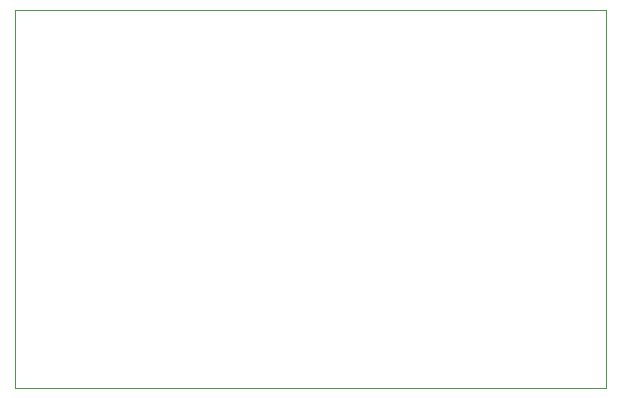
<source format=gbr>
%FSLAX34Y34*%
G04 Gerber Fmt 3.4, Leading zero omitted, Abs format*
G04 (created by PCBNEW (2014-02-26 BZR 4721)-product) date Monday, 09 February 2015 12:03:13*
%MOIN*%
G01*
G70*
G90*
G04 APERTURE LIST*
%ADD10C,0.005906*%
%ADD11C,0.003937*%
G04 APERTURE END LIST*
G54D10*
G54D11*
X52362Y-40157D02*
X52559Y-40157D01*
X52362Y-52755D02*
X52362Y-40157D01*
X72047Y-52755D02*
X52362Y-52755D01*
X72047Y-40157D02*
X72047Y-52755D01*
X52559Y-40157D02*
X72047Y-40157D01*
M02*

</source>
